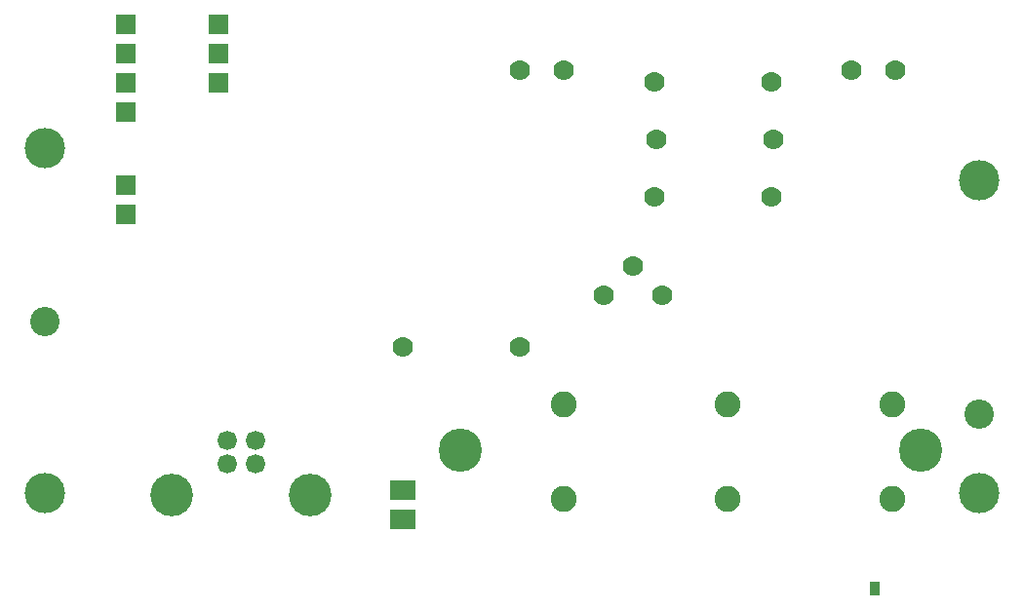
<source format=gbr>
G04 EasyPC Gerber Version 21.0.3 Build 4286 *
G04 #@! TF.Part,Single*
G04 #@! TF.FileFunction,Soldermask,Bot *
G04 #@! TF.FilePolarity,Negative *
%FSLAX35Y35*%
%MOIN*%
G04 #@! TA.AperFunction,SMDPad*
%ADD29R,0.03200X0.05000*%
G04 #@! TA.AperFunction,ComponentPad*
%ADD25R,0.07000X0.07000*%
%ADD27C,0.06634*%
%ADD26C,0.07000*%
%ADD72C,0.08874*%
G04 #@! TA.AperFunction,WasherPad*
%ADD24C,0.10055*%
%ADD23C,0.13795*%
G04 #@! TA.AperFunction,ComponentPad*
%ADD28C,0.14583*%
%ADD73C,0.14780*%
%ADD74R,0.09000X0.07000*%
X0Y0D02*
D02*
D23*
X15703Y53301D03*
Y171411D03*
X335191Y53301D03*
Y160388D03*
D02*
D24*
X15801Y112061D03*
X335093Y80565D03*
D02*
D25*
X43557Y148715D03*
Y158715D03*
Y183833D03*
Y193833D03*
Y203833D03*
Y213833D03*
X75053Y193833D03*
Y203833D03*
Y213833D03*
D02*
D26*
X138045Y103596D03*
X178045D03*
X178163Y198085D03*
X193163D03*
X206785Y121156D03*
X216785Y131156D03*
X224030Y154778D03*
Y194148D03*
X224659Y174463D03*
X226785Y121156D03*
X264030Y154778D03*
Y194148D03*
X264659Y174463D03*
X291589Y198085D03*
X306589D03*
D02*
D27*
X78006Y63478D03*
Y71352D03*
X87848Y63478D03*
Y71352D03*
D02*
D28*
X59226Y52809D03*
X106628D03*
D02*
D29*
X299463Y20919D03*
D02*
D72*
X193163Y51431D03*
Y83911D03*
X249266Y51431D03*
Y83911D03*
X305368Y51431D03*
Y83911D03*
D02*
D73*
X157730Y68163D03*
X315211D03*
D02*
D74*
X138045Y44541D03*
Y54541D03*
X0Y0D02*
M02*

</source>
